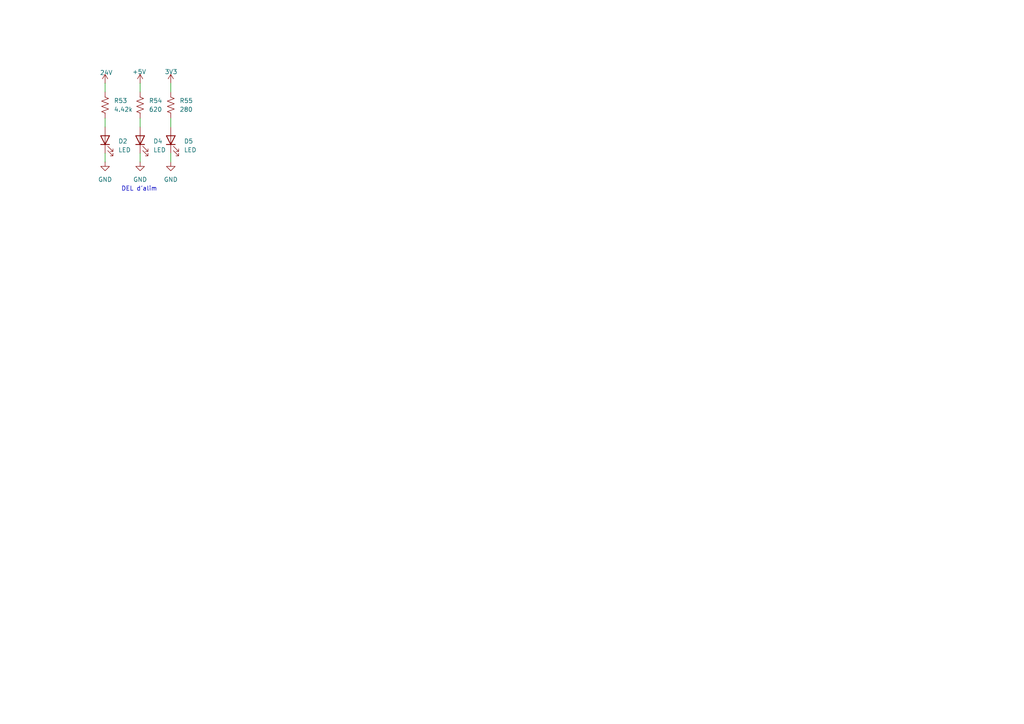
<source format=kicad_sch>
(kicad_sch (version 20250114) (generator "eeschema") (generator_version "9.0")
  (paper "A4")
  (lib_symbols
    (symbol "Device:LED" (pin_numbers (hide yes)) (pin_names (offset 1.016) (hide yes))
      (property "Reference" "D" (at 0 2.54 0))
      (property "Value" "LED" (at 0 -2.54 0))
      (symbol "LED_0_1"
        (polyline (pts (xy -3.048 -0.762) (xy -4.572 -2.286) (xy -3.81 -2.286) (xy -4.572 -2.286) (xy -4.572 -1.524)))
        (polyline (pts (xy -1.778 -0.762) (xy -3.302 -2.286) (xy -2.54 -2.286) (xy -3.302 -2.286) (xy -3.302 -1.524)))
        (polyline (pts (xy -1.27 0) (xy 1.27 0)))
        (polyline (pts (xy -1.27 -1.27) (xy -1.27 1.27)) (stroke (width 0.254)))
        (polyline (pts (xy 1.27 -1.27) (xy 1.27 1.27) (xy -1.27 0) (xy 1.27 -1.27)) (stroke (width 0.254)))
      )
      (symbol "LED_1_1"
        (pin passive line (at -3.81 0 0) (length 2.54) (name "K") (number "1"))
        (pin passive line (at 3.81 0 180) (length 2.54) (name "A") (number "2"))
      )
    )
    (symbol "Device:R_US" (pin_numbers (hide yes)) (pin_names (offset 0))
      (property "Reference" "R" (at 2.54 0 90))
      (property "Value" "R_US" (at -2.54 0 90))
      (symbol "R_US_0_1"
        (polyline (pts (xy 0 2.286) (xy 0 2.54)))
        (polyline (pts (xy 0 2.286) (xy 1.016 1.905) (xy 0 1.524) (xy -1.016 1.143) (xy 0 0.762)))
        (polyline (pts (xy 0 0.762) (xy 1.016 0.381) (xy 0 0) (xy -1.016 -0.381) (xy 0 -0.762)))
        (polyline (pts (xy 0 -0.762) (xy 1.016 -1.143) (xy 0 -1.524) (xy -1.016 -1.905) (xy 0 -2.286)))
        (polyline (pts (xy 0 -2.286) (xy 0 -2.54)))
      )
      (symbol "R_US_1_1"
        (pin passive line (at 0 3.81 270) (length 1.27) (name "~") (number "1"))
        (pin passive line (at 0 -3.81 90) (length 1.27) (name "~") (number "2"))
      )
    )
    (symbol "power:+3.3V" (power) (pin_numbers (hide yes)) (pin_names (offset 0) (hide yes))
      (property "Value" "+3.3V" (at 0 3.556 0))
      (symbol "+3.3V_0_1"
        (polyline (pts (xy -0.762 1.27) (xy 0 2.54)))
        (polyline (pts (xy 0 2.54) (xy 0.762 1.27)))
        (polyline (pts (xy 0 0) (xy 0 2.54)))
      )
      (symbol "+3.3V_1_1"
        (pin power_in line (at 0 0 90) (length 0) (name "~") (number "1"))
      )
    )
    (symbol "power:+5V" (power) (pin_numbers (hide yes)) (pin_names (offset 0) (hide yes))
      (property "Value" "+5V" (at 0 3.556 0))
      (symbol "+5V_0_1"
        (polyline (pts (xy -0.762 1.27) (xy 0 2.54)))
        (polyline (pts (xy 0 2.54) (xy 0.762 1.27)))
        (polyline (pts (xy 0 0) (xy 0 2.54)))
      )
      (symbol "+5V_1_1"
        (pin power_in line (at 0 0 90) (length 0) (name "~") (number "1"))
      )
    )
    (symbol "power:GND" (power) (pin_numbers (hide yes)) (pin_names (offset 0) (hide yes))
      (property "Value" "GND" (at 0 -3.81 0))
      (symbol "GND_0_1"
        (polyline (pts (xy 0 0) (xy 0 -1.27) (xy 1.27 -1.27) (xy 0 -2.54) (xy -1.27 -1.27) (xy 0 -1.27)))
      )
      (symbol "GND_1_1"
        (pin power_in line (at 0 0 270) (length 0) (name "~") (number "1"))
      )
    )
  )
  (text "DEL d'alim\n" (at 40.386 54.864 0) (effects (font (size 1.27 1.27))))
  (wire (pts (xy 30.48 24.13) (xy 30.48 26.67)))
  (wire (pts (xy 49.53 34.29) (xy 49.53 36.83)))
  (wire (pts (xy 40.64 34.29) (xy 40.64 36.83)))
  (wire (pts (xy 49.53 44.45) (xy 49.53 46.99)))
  (wire (pts (xy 30.48 44.45) (xy 30.48 46.99)))
  (wire (pts (xy 30.48 34.29) (xy 30.48 36.83)))
  (wire (pts (xy 40.64 44.45) (xy 40.64 46.99)))
  (wire (pts (xy 49.53 24.13) (xy 49.53 26.67)))
  (wire (pts (xy 40.64 24.13) (xy 40.64 26.67)))
  (symbol (lib_id "Device:LED") (at 49.53 40.64 90) (unit 1)
    (property "Reference" "D5" (at 53.34 40.9574 90) (effects (justify right)))
    (property "Value" "LED" (at 53.34 43.4974 90) (effects (justify right)))
    (property "Footprint" "LED_SMD:LED_0603_1608Metric" (effects (hide yes)))
    (property "Datasheet" "https://mm.digikey.com/Volume0/opasdata/d220001/medias/docus/3694/B1911USD-20D000114U1930.pdf" (effects (hide yes)))
    (property "Description" "https://www.digikey.ca/en/products/detail/harvatek-corporation/B1911USD-20D000114U1930/15519991" (effects (hide yes)))
    (property "Sim.Pins" "1=K 2=A" (effects (hide yes)))
  )
  (symbol (lib_id "Device:R_US") (at 40.64 30.48 180) (unit 1)
    (property "Reference" "R54" (at 43.18 29.2099 0) (effects (justify right)))
    (property "Value" "620" (at 43.18 31.7499 0) (effects (justify right)))
    (property "Footprint" "Resistor_SMD:R_0603_1608Metric_Pad0.98x0.95mm_HandSolder" (effects (hide yes)))
    (property "Datasheet" "https://industrial.panasonic.com/cdbs/www-data/pdf/RDA0000/AOA0000C304.pdf" (effects (hide yes)))
    (property "Description" "https://www.digikey.ca/en/products/detail/panasonic-electronic-components/ERJ-3EKF6190V/196431" (effects (hide yes)))
  )
  (symbol (lib_id "Device:R_US") (at 30.48 30.48 180) (unit 1)
    (property "Reference" "R53" (at 33.02 29.2099 0) (effects (justify right)))
    (property "Value" "4.42k" (at 33.02 31.7499 0) (effects (justify right)))
    (property "Footprint" "Resistor_SMD:R_0805_2012Metric" (effects (hide yes)))
    (property "Datasheet" "https://www.seielect.com/catalog/SEI-RMCF_RMCP.pdf" (effects (hide yes)))
    (property "Description" "https://www.digikey.ca/en/products/detail/stackpole-electronics-inc/RMCF0805FT4K42/1760197" (effects (hide yes)))
  )
  (symbol (lib_id "power:+3.3V") (at 30.48 24.13 0) (unit 1)
    (property "Reference" "#PWR064" (effects (hide yes)))
    (property "Value" "24V" (at 28.956 21.082 0) (effects (justify left)))
  )
  (symbol (lib_id "Device:R_US") (at 49.53 30.48 180) (unit 1)
    (property "Reference" "R55" (at 52.07 29.2099 0) (effects (justify right)))
    (property "Value" "280" (at 52.07 31.7499 0) (effects (justify right)))
    (property "Footprint" "Resistor_SMD:R_0603_1608Metric_Pad0.98x0.95mm_HandSolder" (effects (hide yes)))
    (property "Datasheet" "https://www.seielect.com/catalog/SEI-RMCF_RMCP.pdf" (effects (hide yes)))
    (property "Description" "https://www.digikey.ca/en/products/detail/stackpole-electronics-inc/RMCF0603FT280R/1713854" (effects (hide yes)))
  )
  (symbol (lib_id "power:GND") (at 30.48 46.99 0) (unit 1)
    (property "Reference" "#PWR069" (effects (hide yes)))
    (property "Value" "GND" (at 30.48 52.07 0))
    (property "Description" "Power symbol creates a global label with name \"GND\" , ground" (effects (hide yes)))
  )
  (symbol (lib_id "power:+5V") (at 40.64 24.13 0) (unit 1)
    (property "Reference" "#PWR066" (effects (hide yes)))
    (property "Value" "+5V" (at 40.386 20.828 0))
    (property "Description" "Power symbol creates a global label with name \"+5V\"" (effects (hide yes)))
  )
  (symbol (lib_id "Device:LED") (at 40.64 40.64 90) (unit 1)
    (property "Reference" "D4" (at 44.45 40.9574 90) (effects (justify right)))
    (property "Value" "LED" (at 44.45 43.4974 90) (effects (justify right)))
    (property "Footprint" "LED_SMD:LED_0603_1608Metric" (effects (hide yes)))
    (property "Datasheet" "https://mm.digikey.com/Volume0/opasdata/d220001/medias/docus/3694/B1911USD-20D000114U1930.pdf" (effects (hide yes)))
    (property "Description" "https://www.digikey.ca/en/products/detail/harvatek-corporation/B1911USD-20D000114U1930/15519991" (effects (hide yes)))
    (property "Sim.Pins" "1=K 2=A" (effects (hide yes)))
  )
  (symbol (lib_id "Device:LED") (at 30.48 40.64 90) (unit 1)
    (property "Reference" "D2" (at 34.29 40.9574 90) (effects (justify right)))
    (property "Value" "LED" (at 34.29 43.4974 90) (effects (justify right)))
    (property "Footprint" "LED_SMD:LED_0603_1608Metric" (effects (hide yes)))
    (property "Datasheet" "https://mm.digikey.com/Volume0/opasdata/d220001/medias/docus/3694/B1911USD-20D000114U1930.pdf" (effects (hide yes)))
    (property "Description" "https://www.digikey.ca/en/products/detail/harvatek-corporation/B1911USD-20D000114U1930/15519991" (effects (hide yes)))
    (property "Sim.Pins" "1=K 2=A" (effects (hide yes)))
  )
  (symbol (lib_id "power:GND") (at 49.53 46.99 0) (unit 1)
    (property "Reference" "#PWR067" (effects (hide yes)))
    (property "Value" "GND" (at 49.53 52.07 0))
    (property "Description" "Power symbol creates a global label with name \"GND\" , ground" (effects (hide yes)))
  )
  (symbol (lib_id "power:GND") (at 40.64 46.99 0) (unit 1)
    (property "Reference" "#PWR068" (effects (hide yes)))
    (property "Value" "GND" (at 40.64 52.07 0))
    (property "Description" "Power symbol creates a global label with name \"GND\" , ground" (effects (hide yes)))
  )
  (symbol (lib_id "power:+3.3V") (at 49.53 24.13 0) (unit 1)
    (property "Reference" "#PWR065" (effects (hide yes)))
    (property "Value" "3V3" (at 47.752 20.828 0) (effects (justify left)))
    (property "Description" "Power symbol creates a global label with name \"+3.3V\"" (effects (hide yes)))
  )
)
</source>
